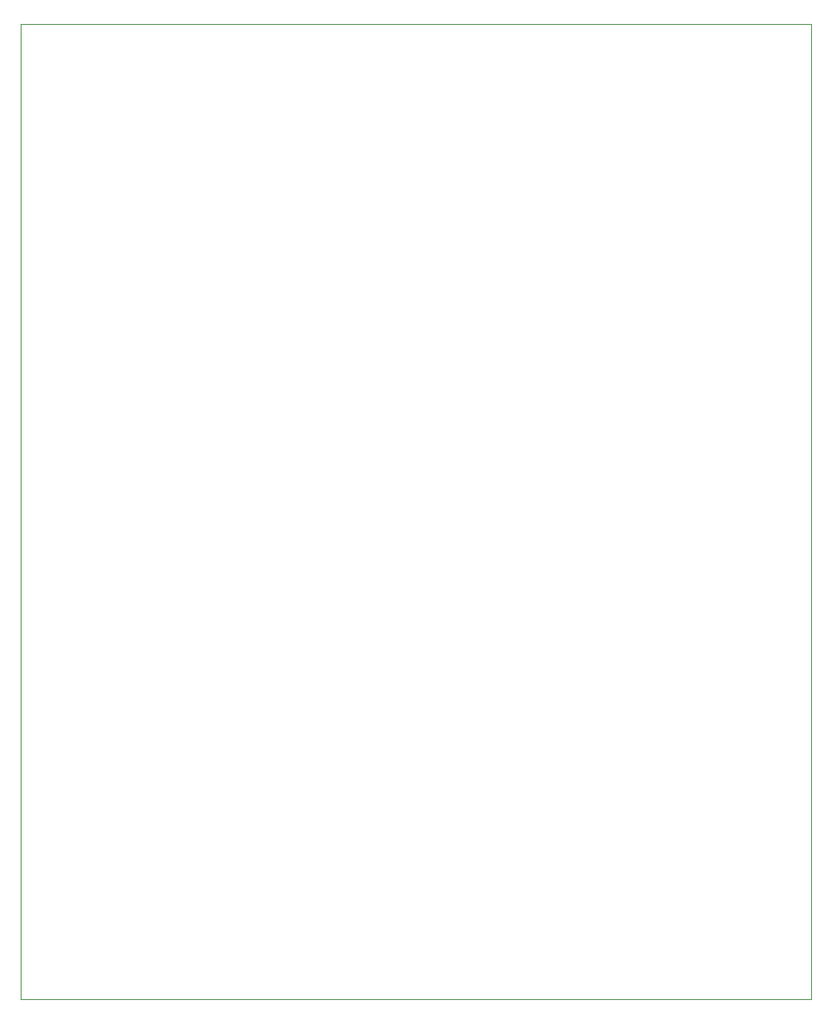
<source format=gbr>
%TF.GenerationSoftware,KiCad,Pcbnew,7.0.9-7.0.9~ubuntu23.04.1*%
%TF.CreationDate,2024-01-02T14:37:14+01:00*%
%TF.ProjectId,vco_1,76636f5f-312e-46b6-9963-61645f706362,rev?*%
%TF.SameCoordinates,Original*%
%TF.FileFunction,Profile,NP*%
%FSLAX46Y46*%
G04 Gerber Fmt 4.6, Leading zero omitted, Abs format (unit mm)*
G04 Created by KiCad (PCBNEW 7.0.9-7.0.9~ubuntu23.04.1) date 2024-01-02 14:37:14*
%MOMM*%
%LPD*%
G01*
G04 APERTURE LIST*
%TA.AperFunction,Profile*%
%ADD10C,0.100000*%
%TD*%
G04 APERTURE END LIST*
D10*
X33020000Y-42291000D02*
X113919000Y-42291000D01*
X113919000Y-141986000D01*
X33020000Y-141986000D01*
X33020000Y-42291000D01*
M02*

</source>
